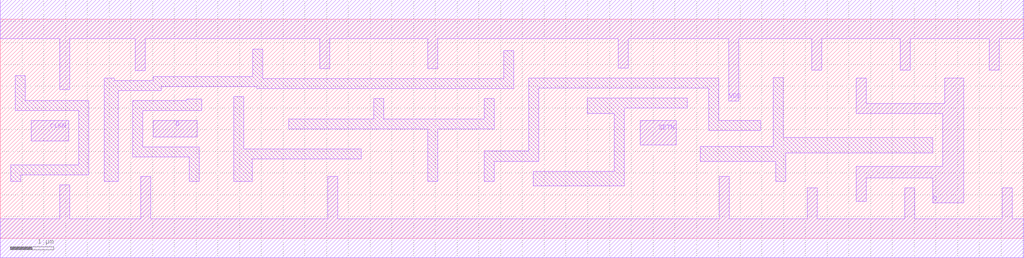
<source format=lef>
# Copyright 2022 GlobalFoundries PDK Authors
#
# Licensed under the Apache License, Version 2.0 (the "License");
# you may not use this file except in compliance with the License.
# You may obtain a copy of the License at
#
#      http://www.apache.org/licenses/LICENSE-2.0
#
# Unless required by applicable law or agreed to in writing, software
# distributed under the License is distributed on an "AS IS" BASIS,
# WITHOUT WARRANTIES OR CONDITIONS OF ANY KIND, either express or implied.
# See the License for the specific language governing permissions and
# limitations under the License.

MACRO gf180mcu_fd_sc_mcu9t5v0__dffnsnq_4
  CLASS core ;
  FOREIGN gf180mcu_fd_sc_mcu9t5v0__dffnsnq_4 0.0 0.0 ;
  ORIGIN 0 0 ;
  SYMMETRY X Y ;
  SITE GF018hv5v_green_sc9 ;
  SIZE 23.52 BY 5.04 ;
  PIN D
    DIRECTION INPUT ;
    ANTENNAGATEAREA 0.854 ;
    PORT
      LAYER METAL1 ;
        POLYGON 3.51 2.33 4.525 2.33 4.525 2.71 3.51 2.71  ;
    END
  END D
  PIN SETN
    DIRECTION INPUT ;
    ANTENNAGATEAREA 1.854 ;
    PORT
      LAYER METAL1 ;
        POLYGON 14.71 2.15 15.53 2.15 15.53 2.71 14.71 2.71  ;
    END
  END SETN
  PIN CLKN
    DIRECTION INPUT ;
    USE clock ;
    ANTENNAGATEAREA 1.164 ;
    PORT
      LAYER METAL1 ;
        POLYGON 0.71 2.24 1.575 2.24 1.575 2.71 0.71 2.71  ;
    END
  END CLKN
  PIN Q
    DIRECTION OUTPUT ;
    ANTENNADIFFAREA 3.276 ;
    PORT
      LAYER METAL1 ;
        POLYGON 19.665 2.875 21.425 2.875 21.655 2.875 21.655 1.655 19.665 1.655 19.665 0.845 19.895 0.845 19.895 1.395 21.43 1.395 21.43 0.815 22.135 0.815 22.135 3.685 21.705 3.685 21.705 3.105 21.425 3.105 19.895 3.105 19.895 3.685 19.665 3.685  ;
    END
  END Q
  PIN VDD
    DIRECTION INOUT ;
    USE power ;
    SHAPE ABUTMENT ;
    PORT
      LAYER METAL1 ;
        POLYGON 0 4.59 1.365 4.59 1.365 3.425 1.595 3.425 1.595 4.59 2.035 4.59 3.105 4.59 3.105 3.86 3.335 3.86 3.335 4.59 7.345 4.59 7.345 3.905 7.575 3.905 7.575 4.59 9.825 4.59 9.825 3.905 10.055 3.905 10.055 4.59 11.795 4.59 14.205 4.59 14.205 3.915 14.435 3.915 14.435 4.59 16.745 4.59 16.745 3.155 16.975 3.155 16.975 4.59 17.47 4.59 18.645 4.59 18.645 3.875 18.875 3.875 18.875 4.59 20.685 4.59 20.685 3.875 20.915 3.875 20.915 4.59 21.425 4.59 22.725 4.59 22.725 3.875 22.955 3.875 22.955 4.59 23.52 4.59 23.52 5.49 21.425 5.49 17.47 5.49 11.795 5.49 2.035 5.49 0 5.49  ;
    END
  END VDD
  PIN VSS
    DIRECTION INOUT ;
    USE ground ;
    SHAPE ABUTMENT ;
    PORT
      LAYER METAL1 ;
        POLYGON 0 -0.45 23.52 -0.45 23.52 0.45 23.255 0.45 23.255 1.165 23.025 1.165 23.025 0.45 21.015 0.45 21.015 1.165 20.785 1.165 20.785 0.45 18.775 0.45 18.775 1.165 18.545 1.165 18.545 0.45 16.755 0.45 16.755 1.425 16.525 1.425 16.525 0.45 7.755 0.45 7.755 1.425 7.525 1.425 7.525 0.45 3.455 0.45 3.455 1.425 3.225 1.425 3.225 0.45 1.595 0.45 1.595 1.225 1.365 1.225 1.365 0.45 0 0.45  ;
    END
  END VSS
  OBS
      LAYER METAL1 ;
        POLYGON 0.345 2.94 1.805 2.94 1.805 1.685 0.245 1.685 0.245 1.315 0.475 1.315 0.475 1.455 2.035 1.455 2.035 3.17 0.575 3.17 0.575 3.75 0.345 3.75  ;
        POLYGON 3.28 2.94 4.63 2.94 4.63 3.205 4.29 3.205 4.29 3.17 3.05 3.17 3.05 1.87 4.345 1.87 4.345 1.315 4.575 1.315 4.575 2.1 3.28 2.1  ;
        POLYGON 5.365 1.315 5.795 1.315 5.795 1.83 8.29 1.83 8.29 2.06 5.595 2.06 5.595 3.26 5.365 3.26  ;
        POLYGON 6.63 2.515 9.825 2.515 9.825 1.315 10.055 1.315 10.055 2.515 11.355 2.515 11.355 3.215 11.125 3.215 11.125 2.745 8.815 2.745 8.815 3.215 8.585 3.215 8.585 2.745 6.63 2.745  ;
        POLYGON 2.385 1.315 2.715 1.315 2.715 3.4 3.705 3.4 3.705 3.49 5.895 3.49 5.895 3.445 11.795 3.445 11.795 4.315 11.565 4.315 11.565 3.675 6.035 3.675 6.035 4.36 5.805 4.36 5.805 3.72 3.52 3.72 3.52 3.63 2.615 3.63 2.615 3.685 2.385 3.685  ;
        POLYGON 13.485 2.875 14.105 2.875 14.105 1.545 12.245 1.545 12.245 1.205 14.335 1.205 14.335 2.995 15.79 2.995 15.79 3.225 13.485 3.225  ;
        POLYGON 11.125 1.315 11.355 1.315 11.355 1.775 12.375 1.775 12.375 3.455 16.285 3.455 16.285 2.48 17.47 2.48 17.47 2.71 16.515 2.71 16.515 3.685 12.145 3.685 12.145 2.005 11.125 2.005  ;
        POLYGON 16.085 1.775 17.825 1.775 17.825 1.315 18.055 1.315 18.055 1.96 21.425 1.96 21.425 2.32 17.995 2.32 17.995 3.695 17.765 3.695 17.765 2.115 16.085 2.115  ;
  END
END gf180mcu_fd_sc_mcu9t5v0__dffnsnq_4

</source>
